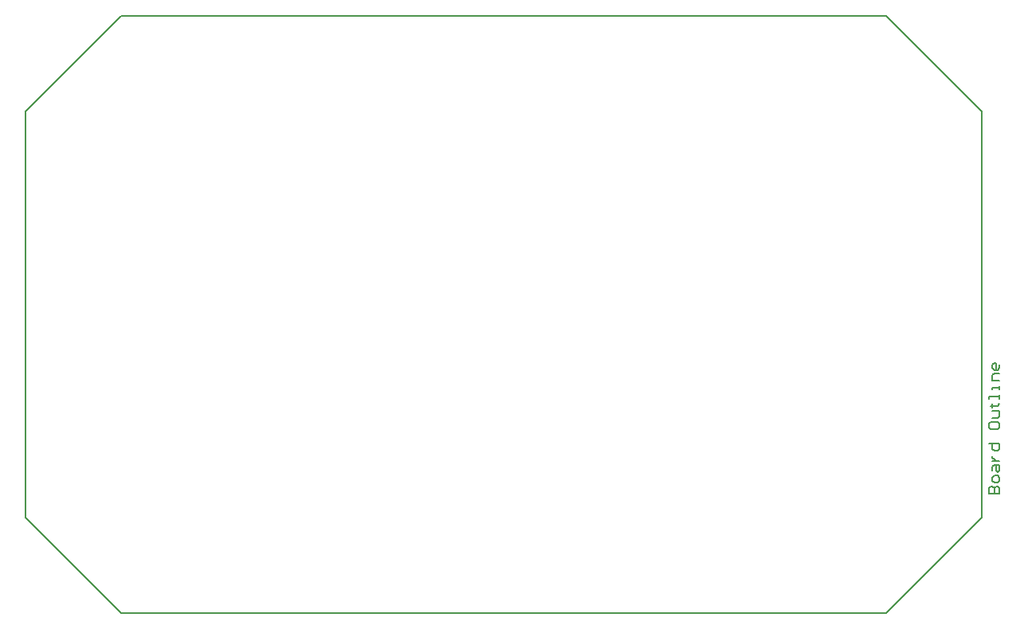
<source format=gm1>
%FSLAX23Y23*%
%MOIN*%
G70*
G01*
G75*
G04 Layer_Color=16711935*
%ADD10C,0.150*%
%ADD11C,0.050*%
%ADD12C,0.120*%
%ADD13C,0.020*%
%ADD14C,0.005*%
%ADD15C,0.120*%
%ADD16C,0.063*%
%ADD17C,0.070*%
%ADD18C,0.060*%
%ADD19C,0.118*%
%ADD20C,0.118*%
%ADD21C,0.140*%
%ADD22C,0.008*%
%ADD23C,0.008*%
%ADD24C,0.005*%
%ADD25C,0.040*%
%ADD26C,0.001*%
%ADD27C,0.002*%
%ADD28C,0.015*%
%ADD29C,0.010*%
%ADD30C,0.128*%
%ADD31C,0.071*%
%ADD32C,0.008*%
%ADD33C,0.078*%
%ADD34C,0.068*%
%ADD35C,0.126*%
%ADD36C,0.126*%
%ADD37C,0.148*%
D14*
X4030Y500D02*
X4075D01*
Y522D01*
X4068Y530D01*
X4060D01*
X4053Y522D01*
Y500D01*
Y522D01*
X4045Y530D01*
X4038D01*
X4030Y522D01*
Y500D01*
X4075Y552D02*
Y567D01*
X4068Y575D01*
X4053D01*
X4045Y567D01*
Y552D01*
X4053Y545D01*
X4068D01*
X4075Y552D01*
X4045Y597D02*
Y612D01*
X4053Y620D01*
X4075D01*
Y597D01*
X4068Y590D01*
X4060Y597D01*
Y620D01*
X4045Y635D02*
X4075D01*
X4060D01*
X4053Y642D01*
X4045Y650D01*
Y657D01*
X4030Y710D02*
X4075D01*
Y687D01*
X4068Y680D01*
X4053D01*
X4045Y687D01*
Y710D01*
X4030Y792D02*
Y777D01*
X4038Y770D01*
X4068D01*
X4075Y777D01*
Y792D01*
X4068Y800D01*
X4038D01*
X4030Y792D01*
X4045Y815D02*
X4068D01*
X4075Y822D01*
Y845D01*
X4045D01*
X4038Y867D02*
X4045D01*
Y860D01*
Y875D01*
Y867D01*
X4068D01*
X4075Y875D01*
Y897D02*
Y912D01*
Y905D01*
X4030D01*
Y897D01*
X4075Y935D02*
Y950D01*
Y942D01*
X4045D01*
Y935D01*
X4075Y972D02*
X4045D01*
Y995D01*
X4053Y1002D01*
X4075D01*
Y1040D02*
Y1025D01*
X4068Y1017D01*
X4053D01*
X4045Y1025D01*
Y1040D01*
X4053Y1047D01*
X4060D01*
Y1017D01*
D22*
X400Y0D02*
X3600D01*
X0Y400D02*
Y2100D01*
X400Y2500D02*
X3600D01*
X4000Y400D02*
Y2100D01*
X0Y400D02*
X400Y0D01*
X0Y2100D02*
X400Y2500D01*
X3600D02*
X4000Y2100D01*
X3600Y0D02*
X4000Y400D01*
M02*

</source>
